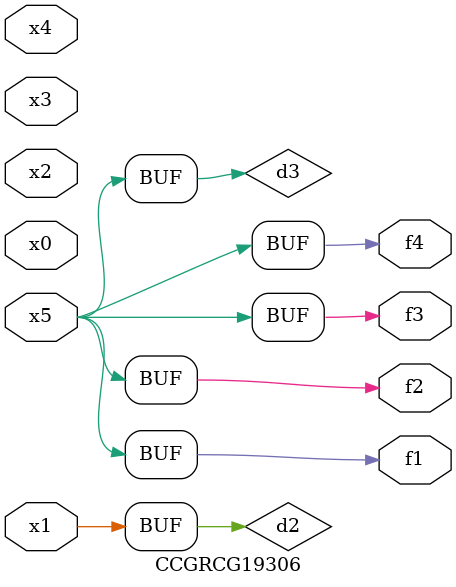
<source format=v>
module CCGRCG19306(
	input x0, x1, x2, x3, x4, x5,
	output f1, f2, f3, f4
);

	wire d1, d2, d3;

	not (d1, x5);
	or (d2, x1);
	xnor (d3, d1);
	assign f1 = d3;
	assign f2 = d3;
	assign f3 = d3;
	assign f4 = d3;
endmodule

</source>
